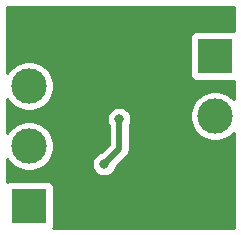
<source format=gbr>
G04 #@! TF.GenerationSoftware,KiCad,Pcbnew,(5.1.6)-1*
G04 #@! TF.CreationDate,2020-09-18T14:42:58-04:00*
G04 #@! TF.ProjectId,4wireadapter,34776972-6561-4646-9170-7465722e6b69,rev?*
G04 #@! TF.SameCoordinates,Original*
G04 #@! TF.FileFunction,Copper,L2,Bot*
G04 #@! TF.FilePolarity,Positive*
%FSLAX46Y46*%
G04 Gerber Fmt 4.6, Leading zero omitted, Abs format (unit mm)*
G04 Created by KiCad (PCBNEW (5.1.6)-1) date 2020-09-18 14:42:58*
%MOMM*%
%LPD*%
G01*
G04 APERTURE LIST*
G04 #@! TA.AperFunction,ComponentPad*
%ADD10C,3.000000*%
G04 #@! TD*
G04 #@! TA.AperFunction,ComponentPad*
%ADD11R,3.000000X3.000000*%
G04 #@! TD*
G04 #@! TA.AperFunction,ViaPad*
%ADD12C,0.800000*%
G04 #@! TD*
G04 #@! TA.AperFunction,Conductor*
%ADD13C,0.508000*%
G04 #@! TD*
G04 #@! TA.AperFunction,Conductor*
%ADD14C,0.254000*%
G04 #@! TD*
G04 APERTURE END LIST*
D10*
X177038000Y-86106000D03*
X177038000Y-81026000D03*
D11*
X177038000Y-75946000D03*
D10*
X161290000Y-73406000D03*
D11*
X161290000Y-88646000D03*
D10*
X161290000Y-78486000D03*
X161290000Y-83566000D03*
D12*
X174244000Y-82804000D03*
X173990000Y-84074000D03*
X168402000Y-75692000D03*
X172720000Y-85090000D03*
X168910000Y-81280000D03*
X167640000Y-85090000D03*
D13*
X168910000Y-81280000D02*
X168910000Y-83820000D01*
X168910000Y-83820000D02*
X167640000Y-85090000D01*
D14*
G36*
X178629000Y-73816890D02*
G01*
X178538000Y-73807928D01*
X175538000Y-73807928D01*
X175413518Y-73820188D01*
X175293820Y-73856498D01*
X175183506Y-73915463D01*
X175086815Y-73994815D01*
X175007463Y-74091506D01*
X174948498Y-74201820D01*
X174912188Y-74321518D01*
X174899928Y-74446000D01*
X174899928Y-77446000D01*
X174912188Y-77570482D01*
X174948498Y-77690180D01*
X175007463Y-77800494D01*
X175086815Y-77897185D01*
X175183506Y-77976537D01*
X175293820Y-78035502D01*
X175413518Y-78071812D01*
X175538000Y-78084072D01*
X178538000Y-78084072D01*
X178629000Y-78075110D01*
X178629000Y-79597654D01*
X178398983Y-79367637D01*
X178049302Y-79133988D01*
X177660756Y-78973047D01*
X177248279Y-78891000D01*
X176827721Y-78891000D01*
X176415244Y-78973047D01*
X176026698Y-79133988D01*
X175677017Y-79367637D01*
X175379637Y-79665017D01*
X175145988Y-80014698D01*
X174985047Y-80403244D01*
X174903000Y-80815721D01*
X174903000Y-81236279D01*
X174985047Y-81648756D01*
X175145988Y-82037302D01*
X175379637Y-82386983D01*
X175677017Y-82684363D01*
X176026698Y-82918012D01*
X176415244Y-83078953D01*
X176827721Y-83161000D01*
X177248279Y-83161000D01*
X177660756Y-83078953D01*
X178049302Y-82918012D01*
X178398983Y-82684363D01*
X178629001Y-82454345D01*
X178629001Y-90491000D01*
X163325612Y-90491000D01*
X163379502Y-90390180D01*
X163415812Y-90270482D01*
X163428072Y-90146000D01*
X163428072Y-87146000D01*
X163415812Y-87021518D01*
X163379502Y-86901820D01*
X163320537Y-86791506D01*
X163241185Y-86694815D01*
X163144494Y-86615463D01*
X163034180Y-86556498D01*
X162914482Y-86520188D01*
X162790000Y-86507928D01*
X159790000Y-86507928D01*
X159665518Y-86520188D01*
X159545820Y-86556498D01*
X159445000Y-86610388D01*
X159445000Y-84647661D01*
X159631637Y-84926983D01*
X159929017Y-85224363D01*
X160278698Y-85458012D01*
X160667244Y-85618953D01*
X161079721Y-85701000D01*
X161500279Y-85701000D01*
X161912756Y-85618953D01*
X162301302Y-85458012D01*
X162650983Y-85224363D01*
X162887285Y-84988061D01*
X166605000Y-84988061D01*
X166605000Y-85191939D01*
X166644774Y-85391898D01*
X166722795Y-85580256D01*
X166836063Y-85749774D01*
X166980226Y-85893937D01*
X167149744Y-86007205D01*
X167338102Y-86085226D01*
X167538061Y-86125000D01*
X167741939Y-86125000D01*
X167941898Y-86085226D01*
X168130256Y-86007205D01*
X168299774Y-85893937D01*
X168443937Y-85749774D01*
X168557205Y-85580256D01*
X168635226Y-85391898D01*
X168645130Y-85342105D01*
X169507741Y-84479494D01*
X169541659Y-84451659D01*
X169652753Y-84316291D01*
X169735303Y-84161851D01*
X169755650Y-84094774D01*
X169786136Y-83994276D01*
X169789406Y-83961076D01*
X169799000Y-83863667D01*
X169799000Y-83863661D01*
X169803300Y-83820001D01*
X169799000Y-83776341D01*
X169799000Y-81812468D01*
X169827205Y-81770256D01*
X169905226Y-81581898D01*
X169945000Y-81381939D01*
X169945000Y-81178061D01*
X169905226Y-80978102D01*
X169827205Y-80789744D01*
X169713937Y-80620226D01*
X169569774Y-80476063D01*
X169400256Y-80362795D01*
X169211898Y-80284774D01*
X169011939Y-80245000D01*
X168808061Y-80245000D01*
X168608102Y-80284774D01*
X168419744Y-80362795D01*
X168250226Y-80476063D01*
X168106063Y-80620226D01*
X167992795Y-80789744D01*
X167914774Y-80978102D01*
X167875000Y-81178061D01*
X167875000Y-81381939D01*
X167914774Y-81581898D01*
X167992795Y-81770256D01*
X168021000Y-81812468D01*
X168021001Y-83451763D01*
X167387895Y-84084870D01*
X167338102Y-84094774D01*
X167149744Y-84172795D01*
X166980226Y-84286063D01*
X166836063Y-84430226D01*
X166722795Y-84599744D01*
X166644774Y-84788102D01*
X166605000Y-84988061D01*
X162887285Y-84988061D01*
X162948363Y-84926983D01*
X163182012Y-84577302D01*
X163342953Y-84188756D01*
X163425000Y-83776279D01*
X163425000Y-83355721D01*
X163342953Y-82943244D01*
X163182012Y-82554698D01*
X162948363Y-82205017D01*
X162650983Y-81907637D01*
X162301302Y-81673988D01*
X161912756Y-81513047D01*
X161500279Y-81431000D01*
X161079721Y-81431000D01*
X160667244Y-81513047D01*
X160278698Y-81673988D01*
X159929017Y-81907637D01*
X159631637Y-82205017D01*
X159445000Y-82484339D01*
X159445000Y-79567661D01*
X159631637Y-79846983D01*
X159929017Y-80144363D01*
X160278698Y-80378012D01*
X160667244Y-80538953D01*
X161079721Y-80621000D01*
X161500279Y-80621000D01*
X161912756Y-80538953D01*
X162301302Y-80378012D01*
X162650983Y-80144363D01*
X162948363Y-79846983D01*
X163182012Y-79497302D01*
X163342953Y-79108756D01*
X163425000Y-78696279D01*
X163425000Y-78275721D01*
X163342953Y-77863244D01*
X163182012Y-77474698D01*
X162948363Y-77125017D01*
X162650983Y-76827637D01*
X162301302Y-76593988D01*
X161912756Y-76433047D01*
X161500279Y-76351000D01*
X161079721Y-76351000D01*
X160667244Y-76433047D01*
X160278698Y-76593988D01*
X159929017Y-76827637D01*
X159631637Y-77125017D01*
X159445000Y-77404339D01*
X159445000Y-71815000D01*
X178629000Y-71815000D01*
X178629000Y-73816890D01*
G37*
X178629000Y-73816890D02*
X178538000Y-73807928D01*
X175538000Y-73807928D01*
X175413518Y-73820188D01*
X175293820Y-73856498D01*
X175183506Y-73915463D01*
X175086815Y-73994815D01*
X175007463Y-74091506D01*
X174948498Y-74201820D01*
X174912188Y-74321518D01*
X174899928Y-74446000D01*
X174899928Y-77446000D01*
X174912188Y-77570482D01*
X174948498Y-77690180D01*
X175007463Y-77800494D01*
X175086815Y-77897185D01*
X175183506Y-77976537D01*
X175293820Y-78035502D01*
X175413518Y-78071812D01*
X175538000Y-78084072D01*
X178538000Y-78084072D01*
X178629000Y-78075110D01*
X178629000Y-79597654D01*
X178398983Y-79367637D01*
X178049302Y-79133988D01*
X177660756Y-78973047D01*
X177248279Y-78891000D01*
X176827721Y-78891000D01*
X176415244Y-78973047D01*
X176026698Y-79133988D01*
X175677017Y-79367637D01*
X175379637Y-79665017D01*
X175145988Y-80014698D01*
X174985047Y-80403244D01*
X174903000Y-80815721D01*
X174903000Y-81236279D01*
X174985047Y-81648756D01*
X175145988Y-82037302D01*
X175379637Y-82386983D01*
X175677017Y-82684363D01*
X176026698Y-82918012D01*
X176415244Y-83078953D01*
X176827721Y-83161000D01*
X177248279Y-83161000D01*
X177660756Y-83078953D01*
X178049302Y-82918012D01*
X178398983Y-82684363D01*
X178629001Y-82454345D01*
X178629001Y-90491000D01*
X163325612Y-90491000D01*
X163379502Y-90390180D01*
X163415812Y-90270482D01*
X163428072Y-90146000D01*
X163428072Y-87146000D01*
X163415812Y-87021518D01*
X163379502Y-86901820D01*
X163320537Y-86791506D01*
X163241185Y-86694815D01*
X163144494Y-86615463D01*
X163034180Y-86556498D01*
X162914482Y-86520188D01*
X162790000Y-86507928D01*
X159790000Y-86507928D01*
X159665518Y-86520188D01*
X159545820Y-86556498D01*
X159445000Y-86610388D01*
X159445000Y-84647661D01*
X159631637Y-84926983D01*
X159929017Y-85224363D01*
X160278698Y-85458012D01*
X160667244Y-85618953D01*
X161079721Y-85701000D01*
X161500279Y-85701000D01*
X161912756Y-85618953D01*
X162301302Y-85458012D01*
X162650983Y-85224363D01*
X162887285Y-84988061D01*
X166605000Y-84988061D01*
X166605000Y-85191939D01*
X166644774Y-85391898D01*
X166722795Y-85580256D01*
X166836063Y-85749774D01*
X166980226Y-85893937D01*
X167149744Y-86007205D01*
X167338102Y-86085226D01*
X167538061Y-86125000D01*
X167741939Y-86125000D01*
X167941898Y-86085226D01*
X168130256Y-86007205D01*
X168299774Y-85893937D01*
X168443937Y-85749774D01*
X168557205Y-85580256D01*
X168635226Y-85391898D01*
X168645130Y-85342105D01*
X169507741Y-84479494D01*
X169541659Y-84451659D01*
X169652753Y-84316291D01*
X169735303Y-84161851D01*
X169755650Y-84094774D01*
X169786136Y-83994276D01*
X169789406Y-83961076D01*
X169799000Y-83863667D01*
X169799000Y-83863661D01*
X169803300Y-83820001D01*
X169799000Y-83776341D01*
X169799000Y-81812468D01*
X169827205Y-81770256D01*
X169905226Y-81581898D01*
X169945000Y-81381939D01*
X169945000Y-81178061D01*
X169905226Y-80978102D01*
X169827205Y-80789744D01*
X169713937Y-80620226D01*
X169569774Y-80476063D01*
X169400256Y-80362795D01*
X169211898Y-80284774D01*
X169011939Y-80245000D01*
X168808061Y-80245000D01*
X168608102Y-80284774D01*
X168419744Y-80362795D01*
X168250226Y-80476063D01*
X168106063Y-80620226D01*
X167992795Y-80789744D01*
X167914774Y-80978102D01*
X167875000Y-81178061D01*
X167875000Y-81381939D01*
X167914774Y-81581898D01*
X167992795Y-81770256D01*
X168021000Y-81812468D01*
X168021001Y-83451763D01*
X167387895Y-84084870D01*
X167338102Y-84094774D01*
X167149744Y-84172795D01*
X166980226Y-84286063D01*
X166836063Y-84430226D01*
X166722795Y-84599744D01*
X166644774Y-84788102D01*
X166605000Y-84988061D01*
X162887285Y-84988061D01*
X162948363Y-84926983D01*
X163182012Y-84577302D01*
X163342953Y-84188756D01*
X163425000Y-83776279D01*
X163425000Y-83355721D01*
X163342953Y-82943244D01*
X163182012Y-82554698D01*
X162948363Y-82205017D01*
X162650983Y-81907637D01*
X162301302Y-81673988D01*
X161912756Y-81513047D01*
X161500279Y-81431000D01*
X161079721Y-81431000D01*
X160667244Y-81513047D01*
X160278698Y-81673988D01*
X159929017Y-81907637D01*
X159631637Y-82205017D01*
X159445000Y-82484339D01*
X159445000Y-79567661D01*
X159631637Y-79846983D01*
X159929017Y-80144363D01*
X160278698Y-80378012D01*
X160667244Y-80538953D01*
X161079721Y-80621000D01*
X161500279Y-80621000D01*
X161912756Y-80538953D01*
X162301302Y-80378012D01*
X162650983Y-80144363D01*
X162948363Y-79846983D01*
X163182012Y-79497302D01*
X163342953Y-79108756D01*
X163425000Y-78696279D01*
X163425000Y-78275721D01*
X163342953Y-77863244D01*
X163182012Y-77474698D01*
X162948363Y-77125017D01*
X162650983Y-76827637D01*
X162301302Y-76593988D01*
X161912756Y-76433047D01*
X161500279Y-76351000D01*
X161079721Y-76351000D01*
X160667244Y-76433047D01*
X160278698Y-76593988D01*
X159929017Y-76827637D01*
X159631637Y-77125017D01*
X159445000Y-77404339D01*
X159445000Y-71815000D01*
X178629000Y-71815000D01*
X178629000Y-73816890D01*
M02*

</source>
